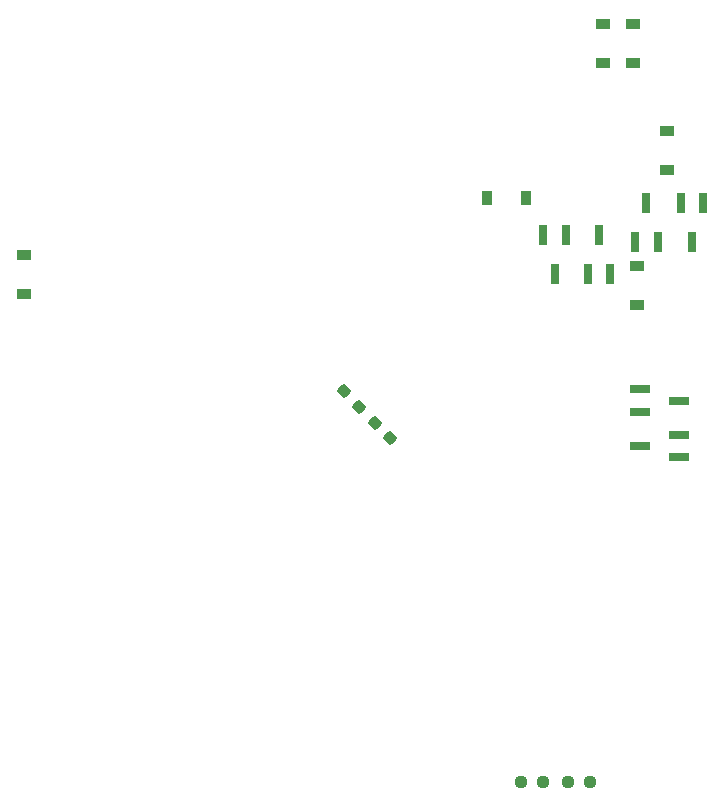
<source format=gbr>
%TF.GenerationSoftware,KiCad,Pcbnew,(6.0.11)*%
%TF.CreationDate,2023-12-12T02:53:41+09:00*%
%TF.ProjectId,Common_Control,436f6d6d-6f6e-45f4-936f-6e74726f6c2e,rev?*%
%TF.SameCoordinates,Original*%
%TF.FileFunction,Paste,Bot*%
%TF.FilePolarity,Positive*%
%FSLAX46Y46*%
G04 Gerber Fmt 4.6, Leading zero omitted, Abs format (unit mm)*
G04 Created by KiCad (PCBNEW (6.0.11)) date 2023-12-12 02:53:41*
%MOMM*%
%LPD*%
G01*
G04 APERTURE LIST*
G04 Aperture macros list*
%AMRoundRect*
0 Rectangle with rounded corners*
0 $1 Rounding radius*
0 $2 $3 $4 $5 $6 $7 $8 $9 X,Y pos of 4 corners*
0 Add a 4 corners polygon primitive as box body*
4,1,4,$2,$3,$4,$5,$6,$7,$8,$9,$2,$3,0*
0 Add four circle primitives for the rounded corners*
1,1,$1+$1,$2,$3*
1,1,$1+$1,$4,$5*
1,1,$1+$1,$6,$7*
1,1,$1+$1,$8,$9*
0 Add four rect primitives between the rounded corners*
20,1,$1+$1,$2,$3,$4,$5,0*
20,1,$1+$1,$4,$5,$6,$7,0*
20,1,$1+$1,$6,$7,$8,$9,0*
20,1,$1+$1,$8,$9,$2,$3,0*%
G04 Aperture macros list end*
%ADD10RoundRect,0.237500X-0.250000X-0.237500X0.250000X-0.237500X0.250000X0.237500X-0.250000X0.237500X0*%
%ADD11R,0.900000X1.200000*%
%ADD12R,0.800000X1.800000*%
%ADD13R,1.800000X0.800000*%
%ADD14RoundRect,0.237500X-0.344715X0.008839X0.008839X-0.344715X0.344715X-0.008839X-0.008839X0.344715X0*%
%ADD15R,1.200000X0.900000*%
G04 APERTURE END LIST*
D10*
%TO.C,R62*%
X146647500Y-103940000D03*
X148472500Y-103940000D03*
%TD*%
D11*
%TO.C,D7*%
X139720000Y-54520000D03*
X143020000Y-54520000D03*
%TD*%
D12*
%TO.C,Q10*%
X144540000Y-57640000D03*
X146440000Y-57640000D03*
X145490000Y-60940000D03*
%TD*%
D13*
%TO.C,Q19*%
X156040000Y-74520000D03*
X156040000Y-76420000D03*
X152740000Y-75470000D03*
%TD*%
D14*
%TO.C,R17*%
X130294765Y-73504765D03*
X131585235Y-74795235D03*
%TD*%
D12*
%TO.C,Q12*%
X150210000Y-60940000D03*
X148310000Y-60940000D03*
X149260000Y-57640000D03*
%TD*%
%TO.C,Q7*%
X156180000Y-54910000D03*
X158080000Y-54910000D03*
X157130000Y-58210000D03*
%TD*%
D15*
%TO.C,D9*%
X152120000Y-43040000D03*
X152120000Y-39740000D03*
%TD*%
%TO.C,D8*%
X149620000Y-43040000D03*
X149620000Y-39740000D03*
%TD*%
D12*
%TO.C,Q9*%
X154200000Y-58230000D03*
X152300000Y-58230000D03*
X153250000Y-54930000D03*
%TD*%
D14*
%TO.C,R16*%
X127654765Y-70844765D03*
X128945235Y-72135235D03*
%TD*%
D15*
%TO.C,D10*%
X152480000Y-60280000D03*
X152480000Y-63580000D03*
%TD*%
%TO.C,D3*%
X154990000Y-52130000D03*
X154990000Y-48830000D03*
%TD*%
%TO.C,D2*%
X100590000Y-62620000D03*
X100590000Y-59320000D03*
%TD*%
D10*
%TO.C,R61*%
X142647500Y-103940000D03*
X144472500Y-103940000D03*
%TD*%
D13*
%TO.C,Q16*%
X152730000Y-72580000D03*
X152730000Y-70680000D03*
X156030000Y-71630000D03*
%TD*%
M02*

</source>
